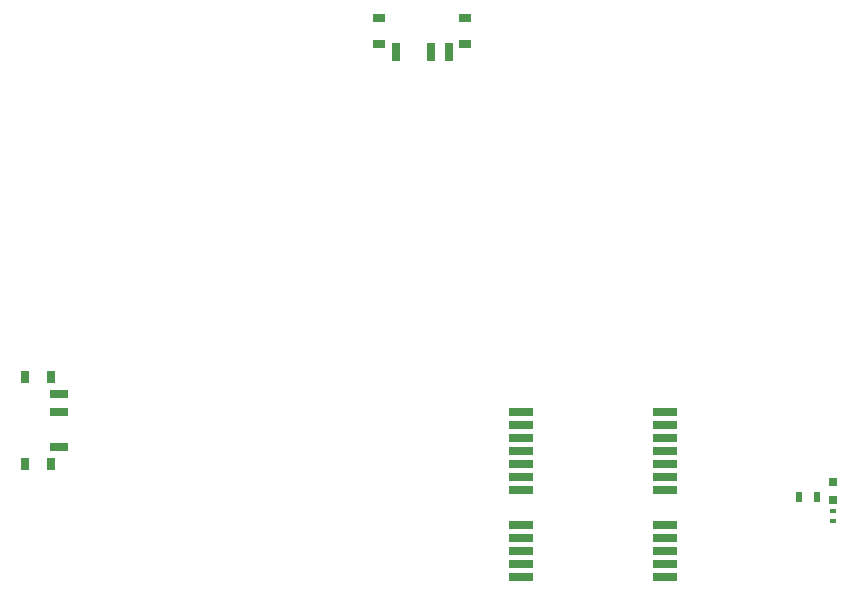
<source format=gbp>
%TF.GenerationSoftware,KiCad,Pcbnew,no-vcs-found-2c23c4c~60~ubuntu14.04.1*%
%TF.CreationDate,2017-10-20T13:03:47+02:00*%
%TF.ProjectId,RCCAR_IF_Board_GPS,52434341525F49465F426F6172645F47,rev?*%
%TF.SameCoordinates,Original*%
%TF.FileFunction,Paste,Bot*%
%TF.FilePolarity,Positive*%
%FSLAX46Y46*%
G04 Gerber Fmt 4.6, Leading zero omitted, Abs format (unit mm)*
G04 Created by KiCad (PCBNEW no-vcs-found-2c23c4c~60~ubuntu14.04.1) date Fri Oct 20 13:03:47 2017*
%MOMM*%
%LPD*%
G01*
G04 APERTURE LIST*
%ADD10R,0.500000X0.900000*%
%ADD11R,0.750000X0.800000*%
%ADD12R,0.600000X0.400000*%
%ADD13R,1.000000X0.800000*%
%ADD14R,0.700000X1.500000*%
%ADD15R,0.800000X1.000000*%
%ADD16R,1.500000X0.700000*%
%ADD17R,2.000000X0.800000*%
G04 APERTURE END LIST*
D10*
%TO.C,R20*%
X170549000Y-114046000D03*
X169049000Y-114046000D03*
%TD*%
D11*
%TO.C,C75*%
X171958000Y-112788000D03*
X171958000Y-114288000D03*
%TD*%
D12*
%TO.C,L18*%
X171958000Y-116089000D03*
X171958000Y-115189000D03*
%TD*%
D13*
%TO.C,U9*%
X133510000Y-75705000D03*
X140810000Y-75705000D03*
X140810000Y-73505000D03*
X133510000Y-73505000D03*
D14*
X139410000Y-76355000D03*
X137910000Y-76355000D03*
X134910000Y-76355000D03*
%TD*%
D15*
%TO.C,U11*%
X105748000Y-111195000D03*
X105748000Y-103895000D03*
X103548000Y-103895000D03*
X103548000Y-111195000D03*
D16*
X106398000Y-105295000D03*
X106398000Y-106795000D03*
X106398000Y-109795000D03*
%TD*%
D17*
%TO.C,U13*%
X157700000Y-106800000D03*
X157700000Y-107900000D03*
X157700000Y-109000000D03*
X157700000Y-110100000D03*
X157700000Y-111200000D03*
X157700000Y-112300000D03*
X157700000Y-113400000D03*
X157700000Y-116400000D03*
X157700000Y-117500000D03*
X157700000Y-118600000D03*
X157700000Y-119700000D03*
X157700000Y-120800000D03*
X145500000Y-120800000D03*
X145500000Y-119700000D03*
X145500000Y-118600000D03*
X145500000Y-117500000D03*
X145500000Y-116400000D03*
X145500000Y-113400000D03*
X145500000Y-112300000D03*
X145500000Y-111200000D03*
X145500000Y-110100000D03*
X145500000Y-109000000D03*
X145500000Y-107900000D03*
X145500000Y-106800000D03*
%TD*%
M02*

</source>
